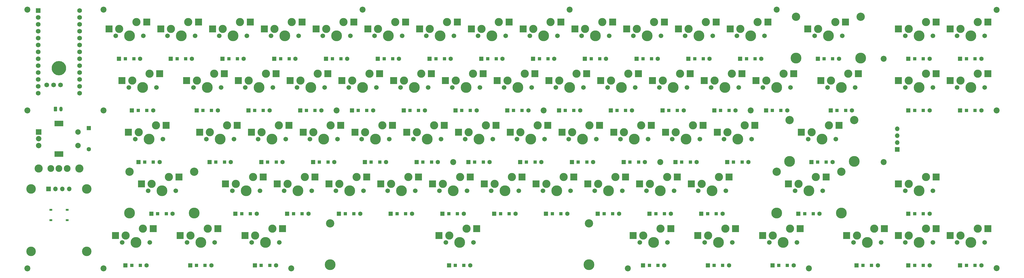
<source format=gbs>
G04 #@! TF.GenerationSoftware,KiCad,Pcbnew,8.0.7*
G04 #@! TF.CreationDate,2025-01-01T21:32:49+11:00*
G04 #@! TF.ProjectId,Mainpcb,4d61696e-7063-4622-9e6b-696361645f70,rev?*
G04 #@! TF.SameCoordinates,Original*
G04 #@! TF.FileFunction,Soldermask,Bot*
G04 #@! TF.FilePolarity,Negative*
%FSLAX46Y46*%
G04 Gerber Fmt 4.6, Leading zero omitted, Abs format (unit mm)*
G04 Created by KiCad (PCBNEW 8.0.7) date 2025-01-01 21:32:49*
%MOMM*%
%LPD*%
G01*
G04 APERTURE LIST*
G04 Aperture macros list*
%AMRoundRect*
0 Rectangle with rounded corners*
0 $1 Rounding radius*
0 $2 $3 $4 $5 $6 $7 $8 $9 X,Y pos of 4 corners*
0 Add a 4 corners polygon primitive as box body*
4,1,4,$2,$3,$4,$5,$6,$7,$8,$9,$2,$3,0*
0 Add four circle primitives for the rounded corners*
1,1,$1+$1,$2,$3*
1,1,$1+$1,$4,$5*
1,1,$1+$1,$6,$7*
1,1,$1+$1,$8,$9*
0 Add four rect primitives between the rounded corners*
20,1,$1+$1,$2,$3,$4,$5,0*
20,1,$1+$1,$4,$5,$6,$7,0*
20,1,$1+$1,$6,$7,$8,$9,0*
20,1,$1+$1,$8,$9,$2,$3,0*%
G04 Aperture macros list end*
%ADD10C,2.200000*%
%ADD11R,1.752600X1.752600*%
%ADD12C,1.752600*%
%ADD13R,3.200000X2.000000*%
%ADD14R,2.000000X2.000000*%
%ADD15C,2.000000*%
%ADD16R,1.000000X0.750000*%
%ADD17C,3.000000*%
%ADD18C,2.500000*%
%ADD19C,1.701800*%
%ADD20C,3.987800*%
%ADD21R,2.550000X2.500000*%
%ADD22R,1.600000X1.600000*%
%ADD23C,1.600000*%
%ADD24C,5.300000*%
%ADD25C,3.048000*%
%ADD26RoundRect,0.250000X-0.350000X-0.625000X0.350000X-0.625000X0.350000X0.625000X-0.350000X0.625000X0*%
%ADD27O,1.200000X1.750000*%
%ADD28C,3.500000*%
%ADD29R,1.700000X1.700000*%
%ADD30O,1.700000X1.700000*%
%ADD31R,1.200000X1.200000*%
G04 APERTURE END LIST*
D10*
X337500000Y-38500000D03*
X337500000Y-76600000D03*
D11*
X26380000Y-20740000D03*
D12*
X26380000Y-23280000D03*
X26380000Y-25820000D03*
X26380000Y-28360000D03*
X26380000Y-30900000D03*
X26380000Y-33440000D03*
X26380000Y-35980000D03*
X26380000Y-38520000D03*
X26380000Y-41060000D03*
X26380000Y-43600000D03*
X26380000Y-46140000D03*
X26380000Y-48680000D03*
X26380000Y-51220000D03*
X41620000Y-51220000D03*
X41620000Y-48680000D03*
X41620000Y-46140000D03*
X41620000Y-43600000D03*
X41620000Y-41060000D03*
X41620000Y-38520000D03*
X41620000Y-35980000D03*
X41620000Y-33440000D03*
X41620000Y-30900000D03*
X41620000Y-28360000D03*
X41620000Y-25820000D03*
X41620000Y-23280000D03*
X41620000Y-20740000D03*
X29460000Y-48125000D03*
X32000000Y-48125000D03*
X34540000Y-48125000D03*
D13*
X34000000Y-62400000D03*
X34000000Y-73600000D03*
D14*
X26500000Y-65500000D03*
D15*
X26500000Y-70500000D03*
X26500000Y-68000000D03*
X41000000Y-70500000D03*
X41000000Y-65500000D03*
D16*
X37000000Y-94250000D03*
X31000000Y-94250000D03*
X37000000Y-98000000D03*
X31000000Y-98000000D03*
D17*
X26500000Y-79000000D03*
X41500000Y-79000000D03*
D18*
X31000000Y-78950000D03*
X34000000Y-79000000D03*
X37000000Y-79000000D03*
D19*
X54920000Y-30000000D03*
D17*
X56190000Y-27460000D03*
D20*
X60000000Y-30000000D03*
D17*
X62540000Y-24920000D03*
D19*
X65080000Y-30000000D03*
D21*
X66290000Y-24920000D03*
X52440000Y-27460000D03*
D22*
X45000000Y-64100000D03*
D23*
X45000000Y-71900000D03*
D10*
X22381300Y-20381300D03*
X22381300Y-115818700D03*
X379086090Y-115725000D03*
X379086090Y-20475000D03*
X50381300Y-20381300D03*
X50381300Y-115818700D03*
X119529740Y-115818700D03*
X255263135Y-76600000D03*
X310028740Y-115818700D03*
X288599920Y-57550000D03*
D24*
X34000000Y-42000000D03*
D19*
X326380240Y-106200000D03*
D17*
X327650240Y-103660000D03*
D20*
X331460240Y-106200000D03*
D17*
X334000240Y-101120000D03*
D19*
X336540240Y-106200000D03*
D21*
X337750240Y-101120000D03*
X323900240Y-103660000D03*
D10*
X243354740Y-115818700D03*
D19*
X81112995Y-106200000D03*
D17*
X82382995Y-103660000D03*
D20*
X86192995Y-106200000D03*
D17*
X88732995Y-101120000D03*
D19*
X91272995Y-106200000D03*
D21*
X92482995Y-101120000D03*
X78632995Y-103660000D03*
D19*
X202558135Y-68100000D03*
D17*
X203828135Y-65560000D03*
D20*
X207638135Y-68100000D03*
D17*
X210178135Y-63020000D03*
D19*
X212718135Y-68100000D03*
D21*
X213928135Y-63020000D03*
X200078135Y-65560000D03*
D19*
X193032450Y-87150000D03*
D17*
X194302450Y-84610000D03*
D20*
X198112450Y-87150000D03*
D17*
X200652450Y-82070000D03*
D19*
X203192450Y-87150000D03*
D21*
X204402450Y-82070000D03*
X190552450Y-84610000D03*
D19*
X178744920Y-49050000D03*
D17*
X180014920Y-46510000D03*
D20*
X183824920Y-49050000D03*
D17*
X186364920Y-43970000D03*
D19*
X188904920Y-49050000D03*
D21*
X190114920Y-43970000D03*
X176264920Y-46510000D03*
D19*
X93020000Y-30000000D03*
D17*
X94290000Y-27460000D03*
D20*
X98100000Y-30000000D03*
D17*
X100640000Y-24920000D03*
D19*
X103180000Y-30000000D03*
D21*
X104390000Y-24920000D03*
X90540000Y-27460000D03*
D19*
X150170000Y-30000000D03*
D17*
X151440000Y-27460000D03*
D20*
X155250000Y-30000000D03*
D17*
X157790000Y-24920000D03*
D19*
X160330000Y-30000000D03*
D21*
X161540000Y-24920000D03*
X147690000Y-27460000D03*
D10*
X22381300Y-57550000D03*
D19*
X283520000Y-30000000D03*
D17*
X284790000Y-27460000D03*
D20*
X288600000Y-30000000D03*
D17*
X291140000Y-24920000D03*
D19*
X293680000Y-30000000D03*
D21*
X294890000Y-24920000D03*
X281040000Y-27460000D03*
D19*
X57301250Y-106200000D03*
D17*
X58571250Y-103660000D03*
D20*
X62381250Y-106200000D03*
D17*
X64921250Y-101120000D03*
D19*
X67461250Y-106200000D03*
D21*
X68671250Y-101120000D03*
X54821250Y-103660000D03*
D19*
X345431090Y-106200000D03*
D17*
X346701090Y-103660000D03*
D20*
X350511090Y-106200000D03*
D17*
X353051090Y-101120000D03*
D19*
X355591090Y-106200000D03*
D21*
X356801090Y-101120000D03*
X342951090Y-103660000D03*
D19*
X212082450Y-87150000D03*
D17*
X213352450Y-84610000D03*
D20*
X217162450Y-87150000D03*
D17*
X219702450Y-82070000D03*
D19*
X222242450Y-87150000D03*
D21*
X223452450Y-82070000D03*
X209602450Y-84610000D03*
D19*
X309713635Y-68100000D03*
D17*
X310983635Y-65560000D03*
D20*
X314793635Y-68100000D03*
D17*
X317333635Y-63020000D03*
D19*
X319873635Y-68100000D03*
D21*
X321083635Y-63020000D03*
X307233635Y-65560000D03*
D19*
X231132450Y-87150000D03*
D17*
X232402450Y-84610000D03*
D20*
X236212450Y-87150000D03*
D17*
X238752450Y-82070000D03*
D19*
X241292450Y-87150000D03*
D21*
X242502450Y-82070000D03*
X228652450Y-84610000D03*
D19*
X364482500Y-49050000D03*
D17*
X365752500Y-46510000D03*
D20*
X369562500Y-49050000D03*
D17*
X372102500Y-43970000D03*
D19*
X374642500Y-49050000D03*
D21*
X375852500Y-43970000D03*
X362002500Y-46510000D03*
D20*
X83806250Y-95405000D03*
X60006250Y-95405000D03*
D25*
X83806250Y-80165000D03*
X60006250Y-80165000D03*
D19*
X97782450Y-87150000D03*
D17*
X99052450Y-84610000D03*
D20*
X102862450Y-87150000D03*
D17*
X105402450Y-82070000D03*
D19*
X107942450Y-87150000D03*
D21*
X109152450Y-82070000D03*
X95302450Y-84610000D03*
D19*
X295423740Y-106200000D03*
D17*
X296693740Y-103660000D03*
D20*
X300503740Y-106200000D03*
D17*
X303043740Y-101120000D03*
D19*
X305583740Y-106200000D03*
D21*
X306793740Y-101120000D03*
X292943740Y-103660000D03*
D19*
X59682500Y-49050000D03*
D17*
X60952500Y-46510000D03*
D20*
X64762500Y-49050000D03*
D17*
X67302500Y-43970000D03*
D19*
X69842500Y-49050000D03*
D21*
X71052500Y-43970000D03*
X57202500Y-46510000D03*
D19*
X259708135Y-68100000D03*
D17*
X260978135Y-65560000D03*
D20*
X264788135Y-68100000D03*
D17*
X267328135Y-63020000D03*
D19*
X269868135Y-68100000D03*
D21*
X271078135Y-63020000D03*
X257228135Y-65560000D03*
D19*
X131120000Y-30000000D03*
D17*
X132390000Y-27460000D03*
D20*
X136200000Y-30000000D03*
D17*
X138740000Y-24920000D03*
D19*
X141280000Y-30000000D03*
D21*
X142490000Y-24920000D03*
X128640000Y-27460000D03*
D19*
X83494920Y-49050000D03*
D17*
X84764920Y-46510000D03*
D20*
X88574920Y-49050000D03*
D17*
X91114920Y-43970000D03*
D19*
X93654920Y-49050000D03*
D21*
X94864920Y-43970000D03*
X81014920Y-46510000D03*
D19*
X264470000Y-30000000D03*
D17*
X265740000Y-27460000D03*
D20*
X269550000Y-30000000D03*
D17*
X272090000Y-24920000D03*
D19*
X274630000Y-30000000D03*
D21*
X275840000Y-24920000D03*
X261990000Y-27460000D03*
D19*
X278758135Y-68100000D03*
D17*
X280028135Y-65560000D03*
D20*
X283838135Y-68100000D03*
D17*
X286378135Y-63020000D03*
D19*
X288918135Y-68100000D03*
D21*
X290128135Y-63020000D03*
X276278135Y-65560000D03*
D19*
X316857420Y-49050000D03*
D17*
X318127420Y-46510000D03*
D20*
X321937420Y-49050000D03*
D17*
X324477420Y-43970000D03*
D19*
X327017420Y-49050000D03*
D21*
X328227420Y-43970000D03*
X314377420Y-46510000D03*
D19*
X164458135Y-68100000D03*
D17*
X165728135Y-65560000D03*
D20*
X169538135Y-68100000D03*
D17*
X172078135Y-63020000D03*
D19*
X174618135Y-68100000D03*
D21*
X175828135Y-63020000D03*
X161978135Y-65560000D03*
D10*
X221925000Y-20381300D03*
D19*
X73970000Y-30000000D03*
D17*
X75240000Y-27460000D03*
D20*
X79050000Y-30000000D03*
D17*
X81590000Y-24920000D03*
D19*
X84130000Y-30000000D03*
D21*
X85340000Y-24920000D03*
X71490000Y-27460000D03*
D10*
X179063135Y-76600000D03*
D26*
X32730000Y-57050000D03*
D27*
X34730000Y-57050000D03*
D19*
X345431090Y-87150000D03*
D17*
X346701090Y-84610000D03*
D20*
X350511090Y-87150000D03*
D17*
X353051090Y-82070000D03*
D19*
X355591090Y-87150000D03*
D21*
X356801090Y-82070000D03*
X342951090Y-84610000D03*
D19*
X345432500Y-49050000D03*
D17*
X346702500Y-46510000D03*
D20*
X350512500Y-49050000D03*
D17*
X353052500Y-43970000D03*
D19*
X355592500Y-49050000D03*
D21*
X356802500Y-43970000D03*
X342952500Y-46510000D03*
D10*
X145725000Y-20381300D03*
D19*
X364482500Y-30000000D03*
D17*
X365752500Y-27460000D03*
D20*
X369562500Y-30000000D03*
D17*
X372102500Y-24920000D03*
D19*
X374642500Y-30000000D03*
D21*
X375852500Y-24920000D03*
X362002500Y-27460000D03*
D19*
X312095000Y-30000000D03*
D17*
X313365000Y-27460000D03*
D20*
X317175000Y-30000000D03*
D17*
X319715000Y-24920000D03*
D19*
X322255000Y-30000000D03*
D21*
X323465000Y-24920000D03*
X309615000Y-27460000D03*
D19*
X145408135Y-68100000D03*
D17*
X146678135Y-65560000D03*
D20*
X150488135Y-68100000D03*
D17*
X153028135Y-63020000D03*
D19*
X155568135Y-68100000D03*
D21*
X156778135Y-63020000D03*
X142928135Y-65560000D03*
D25*
X133816590Y-99215000D03*
D20*
X133816590Y-114455000D03*
D25*
X229066590Y-99215000D03*
D20*
X229066590Y-114455000D03*
D19*
X221608135Y-68100000D03*
D17*
X222878135Y-65560000D03*
D20*
X226688135Y-68100000D03*
D17*
X229228135Y-63020000D03*
D19*
X231768135Y-68100000D03*
D21*
X232978135Y-63020000D03*
X219128135Y-65560000D03*
D19*
X235894920Y-49050000D03*
D17*
X237164920Y-46510000D03*
D20*
X240974920Y-49050000D03*
D17*
X243514920Y-43970000D03*
D19*
X246054920Y-49050000D03*
D21*
X247264920Y-43970000D03*
X233414920Y-46510000D03*
D19*
X154932450Y-87150000D03*
D17*
X156202450Y-84610000D03*
D20*
X160012450Y-87150000D03*
D17*
X162552450Y-82070000D03*
D19*
X165092450Y-87150000D03*
D21*
X166302450Y-82070000D03*
X152452450Y-84610000D03*
D19*
X197794920Y-49050000D03*
D17*
X199064920Y-46510000D03*
D20*
X202874920Y-49050000D03*
D17*
X205414920Y-43970000D03*
D19*
X207954920Y-49050000D03*
D21*
X209164920Y-43970000D03*
X195314920Y-46510000D03*
D19*
X240658135Y-68100000D03*
D17*
X241928135Y-65560000D03*
D20*
X245738135Y-68100000D03*
D17*
X248278135Y-63020000D03*
D19*
X250818135Y-68100000D03*
D21*
X252028135Y-63020000D03*
X238178135Y-65560000D03*
D19*
X245420000Y-30000000D03*
D17*
X246690000Y-27460000D03*
D20*
X250500000Y-30000000D03*
D17*
X253040000Y-24920000D03*
D19*
X255580000Y-30000000D03*
D21*
X256790000Y-24920000D03*
X242940000Y-27460000D03*
D19*
X293044920Y-49050000D03*
D17*
X294314920Y-46510000D03*
D20*
X298124920Y-49050000D03*
D17*
X300664920Y-43970000D03*
D19*
X303204920Y-49050000D03*
D21*
X304414920Y-43970000D03*
X290564920Y-46510000D03*
D10*
X379086090Y-57550000D03*
D19*
X345432500Y-30000000D03*
D17*
X346702500Y-27460000D03*
D20*
X350512500Y-30000000D03*
D17*
X353052500Y-24920000D03*
D19*
X355592500Y-30000000D03*
D21*
X356802500Y-24920000D03*
X342952500Y-27460000D03*
D19*
X247799740Y-106200000D03*
D17*
X249069740Y-103660000D03*
D20*
X252879740Y-106200000D03*
D17*
X255419740Y-101120000D03*
D19*
X257959740Y-106200000D03*
D21*
X259169740Y-101120000D03*
X245319740Y-103660000D03*
D19*
X176361740Y-106200000D03*
D17*
X177631740Y-103660000D03*
D20*
X181441740Y-106200000D03*
D17*
X183981740Y-101120000D03*
D19*
X186521740Y-106200000D03*
D21*
X187731740Y-101120000D03*
X173881740Y-103660000D03*
D19*
X269232450Y-87150000D03*
D17*
X270502450Y-84610000D03*
D20*
X274312450Y-87150000D03*
D17*
X276852450Y-82070000D03*
D19*
X279392450Y-87150000D03*
D21*
X280602450Y-82070000D03*
X266752450Y-84610000D03*
D19*
X304950450Y-87150000D03*
D17*
X306220450Y-84610000D03*
D20*
X310030450Y-87150000D03*
D17*
X312570450Y-82070000D03*
D19*
X315110450Y-87150000D03*
D21*
X316320450Y-82070000D03*
X302470450Y-84610000D03*
D19*
X250182450Y-87150000D03*
D17*
X251452450Y-84610000D03*
D20*
X255262450Y-87150000D03*
D17*
X257802450Y-82070000D03*
D19*
X260342450Y-87150000D03*
D21*
X261552450Y-82070000D03*
X247702450Y-84610000D03*
D19*
X102544920Y-49050000D03*
D17*
X103814920Y-46510000D03*
D20*
X107624920Y-49050000D03*
D17*
X110164920Y-43970000D03*
D19*
X112704920Y-49050000D03*
D21*
X113914920Y-43970000D03*
X100064920Y-46510000D03*
D19*
X112070000Y-30000000D03*
D17*
X113340000Y-27460000D03*
D20*
X117150000Y-30000000D03*
D17*
X119690000Y-24920000D03*
D19*
X122230000Y-30000000D03*
D21*
X123440000Y-24920000D03*
X109590000Y-27460000D03*
D20*
X321930450Y-95405000D03*
X298130450Y-95405000D03*
D25*
X321930450Y-80165000D03*
X298130450Y-80165000D03*
D19*
X135882450Y-87150000D03*
D17*
X137152450Y-84610000D03*
D20*
X140962450Y-87150000D03*
D17*
X143502450Y-82070000D03*
D19*
X146042450Y-87150000D03*
D21*
X147252450Y-82070000D03*
X133402450Y-84610000D03*
D19*
X140644920Y-49050000D03*
D17*
X141914920Y-46510000D03*
D20*
X145724920Y-49050000D03*
D17*
X148264920Y-43970000D03*
D19*
X150804920Y-49050000D03*
D21*
X152014920Y-43970000D03*
X138164920Y-46510000D03*
D19*
X121594920Y-49050000D03*
D17*
X122864920Y-46510000D03*
D20*
X126674920Y-49050000D03*
D17*
X129214920Y-43970000D03*
D19*
X131754920Y-49050000D03*
D21*
X132964920Y-43970000D03*
X119114920Y-46510000D03*
D20*
X329075000Y-38255000D03*
X305275000Y-38255000D03*
D25*
X329075000Y-23015000D03*
X305275000Y-23015000D03*
D19*
X126358135Y-68100000D03*
D17*
X127628135Y-65560000D03*
D20*
X131438135Y-68100000D03*
D17*
X133978135Y-63020000D03*
D19*
X136518135Y-68100000D03*
D21*
X137728135Y-63020000D03*
X123878135Y-65560000D03*
D19*
X66826250Y-87150000D03*
D17*
X68096250Y-84610000D03*
D20*
X71906250Y-87150000D03*
D17*
X74446250Y-82070000D03*
D19*
X76986250Y-87150000D03*
D21*
X78196250Y-82070000D03*
X64346250Y-84610000D03*
D19*
X271611740Y-106200000D03*
D17*
X272881740Y-103660000D03*
D20*
X276691740Y-106200000D03*
D17*
X279231740Y-101120000D03*
D19*
X281771740Y-106200000D03*
D21*
X282981740Y-101120000D03*
X269131740Y-103660000D03*
D19*
X88258135Y-68100000D03*
D17*
X89528135Y-65560000D03*
D20*
X93338135Y-68100000D03*
D17*
X95878135Y-63020000D03*
D19*
X98418135Y-68100000D03*
D21*
X99628135Y-63020000D03*
X85778135Y-65560000D03*
D19*
X104924740Y-106200000D03*
D17*
X106194740Y-103660000D03*
D20*
X110004740Y-106200000D03*
D17*
X112544740Y-101120000D03*
D19*
X115084740Y-106200000D03*
D21*
X116294740Y-101120000D03*
X102444740Y-103660000D03*
D10*
X212399920Y-57550000D03*
D28*
X44250000Y-86500000D03*
X23750000Y-86500000D03*
X44250000Y-109500000D03*
X23750000Y-109500000D03*
D29*
X30190000Y-86500000D03*
D30*
X32730000Y-86500000D03*
X35270000Y-86500000D03*
X37810000Y-86500000D03*
D19*
X183508135Y-68100000D03*
D17*
X184778135Y-65560000D03*
D20*
X188588135Y-68100000D03*
D17*
X191128135Y-63020000D03*
D19*
X193668135Y-68100000D03*
D21*
X194878135Y-63020000D03*
X181028135Y-65560000D03*
D19*
X169220000Y-30000000D03*
D17*
X170490000Y-27460000D03*
D20*
X174300000Y-30000000D03*
D17*
X176840000Y-24920000D03*
D19*
X179380000Y-30000000D03*
D21*
X180590000Y-24920000D03*
X166740000Y-27460000D03*
D19*
X62063750Y-68100000D03*
D17*
X63333750Y-65560000D03*
D20*
X67143750Y-68100000D03*
D17*
X69683750Y-63020000D03*
D19*
X72223750Y-68100000D03*
D21*
X73433750Y-63020000D03*
X59583750Y-65560000D03*
D19*
X116832450Y-87150000D03*
D17*
X118102450Y-84610000D03*
D20*
X121912450Y-87150000D03*
D17*
X124452450Y-82070000D03*
D19*
X126992450Y-87150000D03*
D21*
X128202450Y-82070000D03*
X114352450Y-84610000D03*
D19*
X159694920Y-49050000D03*
D17*
X160964920Y-46510000D03*
D20*
X164774920Y-49050000D03*
D17*
X167314920Y-43970000D03*
D19*
X169854920Y-49050000D03*
D21*
X171064920Y-43970000D03*
X157214920Y-46510000D03*
D19*
X107308135Y-68100000D03*
D17*
X108578135Y-65560000D03*
D20*
X112388135Y-68100000D03*
D17*
X114928135Y-63020000D03*
D19*
X117468135Y-68100000D03*
D21*
X118678135Y-63020000D03*
X104828135Y-65560000D03*
D19*
X207320000Y-30000000D03*
D17*
X208590000Y-27460000D03*
D20*
X212400000Y-30000000D03*
D17*
X214940000Y-24920000D03*
D19*
X217480000Y-30000000D03*
D21*
X218690000Y-24920000D03*
X204840000Y-27460000D03*
D20*
X326693635Y-76355000D03*
X302893635Y-76355000D03*
D25*
X326693635Y-61115000D03*
X302893635Y-61115000D03*
D10*
X50381300Y-57550000D03*
D19*
X216844920Y-49050000D03*
D17*
X218114920Y-46510000D03*
D20*
X221924920Y-49050000D03*
D17*
X224464920Y-43970000D03*
D19*
X227004920Y-49050000D03*
D21*
X228214920Y-43970000D03*
X214364920Y-46510000D03*
D19*
X364481090Y-106200000D03*
D17*
X365751090Y-103660000D03*
D20*
X369561090Y-106200000D03*
D17*
X372101090Y-101120000D03*
D19*
X374641090Y-106200000D03*
D21*
X375851090Y-101120000D03*
X362001090Y-103660000D03*
D10*
X136199920Y-57550000D03*
D19*
X173982450Y-87150000D03*
D17*
X175252450Y-84610000D03*
D20*
X179062450Y-87150000D03*
D17*
X181602450Y-82070000D03*
D19*
X184142450Y-87150000D03*
D21*
X185352450Y-82070000D03*
X171502450Y-84610000D03*
D19*
X273994920Y-49050000D03*
D17*
X275264920Y-46510000D03*
D20*
X279074920Y-49050000D03*
D17*
X281614920Y-43970000D03*
D19*
X284154920Y-49050000D03*
D21*
X285364920Y-43970000D03*
X271514920Y-46510000D03*
D10*
X298125000Y-20381300D03*
D19*
X254944920Y-49050000D03*
D17*
X256214920Y-46510000D03*
D20*
X260024920Y-49050000D03*
D17*
X262564920Y-43970000D03*
D19*
X265104920Y-49050000D03*
D21*
X266314920Y-43970000D03*
X252464920Y-46510000D03*
D29*
X342537500Y-71910000D03*
D30*
X342537500Y-69370000D03*
X342537500Y-66830000D03*
X342537500Y-64290000D03*
D19*
X188270000Y-30000000D03*
D17*
X189540000Y-27460000D03*
D20*
X193350000Y-30000000D03*
D17*
X195890000Y-24920000D03*
D19*
X198430000Y-30000000D03*
D21*
X199640000Y-24920000D03*
X185790000Y-27460000D03*
D19*
X226370000Y-30000000D03*
D17*
X227640000Y-27460000D03*
D20*
X231450000Y-30000000D03*
D17*
X233990000Y-24920000D03*
D19*
X236530000Y-30000000D03*
D21*
X237740000Y-24920000D03*
X223890000Y-27460000D03*
D22*
X151350000Y-38500000D03*
D31*
X153675000Y-38500000D03*
X156825000Y-38500000D03*
D23*
X159150000Y-38500000D03*
D22*
X346612500Y-57550000D03*
D31*
X348937500Y-57550000D03*
X352087500Y-57550000D03*
D23*
X354412500Y-57550000D03*
D22*
X170400000Y-38500000D03*
D31*
X172725000Y-38500000D03*
X175875000Y-38500000D03*
D23*
X178200000Y-38500000D03*
D22*
X208500000Y-38500000D03*
D31*
X210825000Y-38500000D03*
X213975000Y-38500000D03*
D23*
X216300000Y-38500000D03*
D22*
X194212450Y-95650000D03*
D31*
X196537450Y-95650000D03*
X199687450Y-95650000D03*
D23*
X202012450Y-95650000D03*
D22*
X89438135Y-76600000D03*
D31*
X91763135Y-76600000D03*
X94913135Y-76600000D03*
D23*
X97238135Y-76600000D03*
D22*
X175162450Y-95650000D03*
D31*
X177487450Y-95650000D03*
X180637450Y-95650000D03*
D23*
X182962450Y-95650000D03*
D22*
X346611090Y-95650000D03*
D31*
X348936090Y-95650000D03*
X352086090Y-95650000D03*
D23*
X354411090Y-95650000D03*
D22*
X296604590Y-114700000D03*
D31*
X298929590Y-114700000D03*
X302079590Y-114700000D03*
D23*
X304404590Y-114700000D03*
D22*
X227550000Y-38500000D03*
D31*
X229875000Y-38500000D03*
X233025000Y-38500000D03*
D23*
X235350000Y-38500000D03*
D22*
X284700000Y-38500000D03*
D31*
X287025000Y-38500000D03*
X290175000Y-38500000D03*
D23*
X292500000Y-38500000D03*
D22*
X184688135Y-76600000D03*
D31*
X187013135Y-76600000D03*
X190163135Y-76600000D03*
D23*
X192488135Y-76600000D03*
D22*
X213262450Y-95650000D03*
D31*
X215587450Y-95650000D03*
X218737450Y-95650000D03*
D23*
X221062450Y-95650000D03*
D22*
X122774920Y-57550000D03*
D31*
X125099920Y-57550000D03*
X128249920Y-57550000D03*
D23*
X130574920Y-57550000D03*
D22*
X141824920Y-57550000D03*
D31*
X144149920Y-57550000D03*
X147299920Y-57550000D03*
D23*
X149624920Y-57550000D03*
D22*
X365661090Y-114700000D03*
D31*
X367986090Y-114700000D03*
X371136090Y-114700000D03*
D23*
X373461090Y-114700000D03*
D22*
X63243750Y-76600000D03*
D31*
X65568750Y-76600000D03*
X68718750Y-76600000D03*
D23*
X71043750Y-76600000D03*
D22*
X275174920Y-57550000D03*
D31*
X277499920Y-57550000D03*
X280649920Y-57550000D03*
D23*
X282974920Y-57550000D03*
D22*
X177541590Y-114700000D03*
D31*
X179866590Y-114700000D03*
X183016590Y-114700000D03*
D23*
X185341590Y-114700000D03*
D22*
X56100000Y-38500000D03*
D31*
X58425000Y-38500000D03*
X61575000Y-38500000D03*
D23*
X63900000Y-38500000D03*
D22*
X294224920Y-57550000D03*
D31*
X296549920Y-57550000D03*
X299699920Y-57550000D03*
D23*
X302024920Y-57550000D03*
D22*
X365662500Y-38500000D03*
D31*
X367987500Y-38500000D03*
X371137500Y-38500000D03*
D23*
X373462500Y-38500000D03*
D22*
X232312450Y-95650000D03*
D31*
X234637450Y-95650000D03*
X237787450Y-95650000D03*
D23*
X240112450Y-95650000D03*
D22*
X248979590Y-114700000D03*
D31*
X251304590Y-114700000D03*
X254454590Y-114700000D03*
D23*
X256779590Y-114700000D03*
D22*
X265650000Y-38500000D03*
D31*
X267975000Y-38500000D03*
X271125000Y-38500000D03*
D23*
X273450000Y-38500000D03*
D22*
X160874920Y-57550000D03*
D31*
X163199920Y-57550000D03*
X166349920Y-57550000D03*
D23*
X168674920Y-57550000D03*
D22*
X270412450Y-95650000D03*
D31*
X272737450Y-95650000D03*
X275887450Y-95650000D03*
D23*
X278212450Y-95650000D03*
D22*
X260888135Y-76600000D03*
D31*
X263213135Y-76600000D03*
X266363135Y-76600000D03*
D23*
X268688135Y-76600000D03*
D22*
X310893635Y-76600000D03*
D31*
X313218635Y-76600000D03*
X316368635Y-76600000D03*
D23*
X318693635Y-76600000D03*
D22*
X203738135Y-76600000D03*
D31*
X206063135Y-76600000D03*
X209213135Y-76600000D03*
D23*
X211538135Y-76600000D03*
D22*
X246600000Y-38500000D03*
D31*
X248925000Y-38500000D03*
X252075000Y-38500000D03*
D23*
X254400000Y-38500000D03*
D22*
X58481250Y-114700000D03*
D31*
X60806250Y-114700000D03*
X63956250Y-114700000D03*
D23*
X66281250Y-114700000D03*
D22*
X218024920Y-57550000D03*
D31*
X220349920Y-57550000D03*
X223499920Y-57550000D03*
D23*
X225824920Y-57550000D03*
D22*
X306130450Y-95650000D03*
D31*
X308455450Y-95650000D03*
X311605450Y-95650000D03*
D23*
X313930450Y-95650000D03*
D22*
X82292995Y-114700000D03*
D31*
X84617995Y-114700000D03*
X87767995Y-114700000D03*
D23*
X90092995Y-114700000D03*
D22*
X75150000Y-38500000D03*
D31*
X77475000Y-38500000D03*
X80625000Y-38500000D03*
D23*
X82950000Y-38500000D03*
D22*
X346611090Y-114700000D03*
D31*
X348936090Y-114700000D03*
X352086090Y-114700000D03*
D23*
X354411090Y-114700000D03*
D22*
X118012450Y-95650000D03*
D31*
X120337450Y-95650000D03*
X123487450Y-95650000D03*
D23*
X125812450Y-95650000D03*
D22*
X113250000Y-38500000D03*
D31*
X115575000Y-38500000D03*
X118725000Y-38500000D03*
D23*
X121050000Y-38500000D03*
D22*
X327561090Y-114700000D03*
D31*
X329886090Y-114700000D03*
X333036090Y-114700000D03*
D23*
X335361090Y-114700000D03*
D22*
X106104740Y-114700000D03*
D31*
X108429740Y-114700000D03*
X111579740Y-114700000D03*
D23*
X113904740Y-114700000D03*
D22*
X222788135Y-76600000D03*
D31*
X225113135Y-76600000D03*
X228263135Y-76600000D03*
D23*
X230588135Y-76600000D03*
D22*
X179924920Y-57550000D03*
D31*
X182249920Y-57550000D03*
X185399920Y-57550000D03*
D23*
X187724920Y-57550000D03*
D22*
X251362450Y-95650000D03*
D31*
X253687450Y-95650000D03*
X256837450Y-95650000D03*
D23*
X259162450Y-95650000D03*
D22*
X60862500Y-57550000D03*
D31*
X63187500Y-57550000D03*
X66337500Y-57550000D03*
D23*
X68662500Y-57550000D03*
D22*
X279938135Y-76600000D03*
D31*
X282263135Y-76600000D03*
X285413135Y-76600000D03*
D23*
X287738135Y-76600000D03*
D22*
X198974920Y-57550000D03*
D31*
X201299920Y-57550000D03*
X204449920Y-57550000D03*
D23*
X206774920Y-57550000D03*
D22*
X132300000Y-38500000D03*
D31*
X134625000Y-38500000D03*
X137775000Y-38500000D03*
D23*
X140100000Y-38500000D03*
D22*
X237074920Y-57550000D03*
D31*
X239399920Y-57550000D03*
X242549920Y-57550000D03*
D23*
X244874920Y-57550000D03*
D22*
X108488135Y-76600000D03*
D31*
X110813135Y-76600000D03*
X113963135Y-76600000D03*
D23*
X116288135Y-76600000D03*
D22*
X103724920Y-57550000D03*
D31*
X106049920Y-57550000D03*
X109199920Y-57550000D03*
D23*
X111524920Y-57550000D03*
D22*
X272791590Y-114700000D03*
D31*
X275116590Y-114700000D03*
X278266590Y-114700000D03*
D23*
X280591590Y-114700000D03*
D22*
X313275000Y-38500000D03*
D31*
X315600000Y-38500000D03*
X318750000Y-38500000D03*
D23*
X321075000Y-38500000D03*
D22*
X165638135Y-76600000D03*
D31*
X167963135Y-76600000D03*
X171113135Y-76600000D03*
D23*
X173438135Y-76600000D03*
D22*
X318037420Y-57550000D03*
D31*
X320362420Y-57550000D03*
X323512420Y-57550000D03*
D23*
X325837420Y-57550000D03*
D22*
X189450000Y-38500000D03*
D31*
X191775000Y-38500000D03*
X194925000Y-38500000D03*
D23*
X197250000Y-38500000D03*
D22*
X127538135Y-76600000D03*
D31*
X129863135Y-76600000D03*
X133013135Y-76600000D03*
D23*
X135338135Y-76600000D03*
D22*
X156112450Y-95650000D03*
D31*
X158437450Y-95650000D03*
X161587450Y-95650000D03*
D23*
X163912450Y-95650000D03*
D22*
X98962450Y-95650000D03*
D31*
X101287450Y-95650000D03*
X104437450Y-95650000D03*
D23*
X106762450Y-95650000D03*
D22*
X241838135Y-76600000D03*
D31*
X244163135Y-76600000D03*
X247313135Y-76600000D03*
D23*
X249638135Y-76600000D03*
D22*
X68006250Y-95650000D03*
D31*
X70331250Y-95650000D03*
X73481250Y-95650000D03*
D23*
X75806250Y-95650000D03*
D22*
X256124920Y-57550000D03*
D31*
X258449920Y-57550000D03*
X261599920Y-57550000D03*
D23*
X263924920Y-57550000D03*
D22*
X146588135Y-76600000D03*
D31*
X148913135Y-76600000D03*
X152063135Y-76600000D03*
D23*
X154388135Y-76600000D03*
D22*
X365662500Y-57550000D03*
D31*
X367987500Y-57550000D03*
X371137500Y-57550000D03*
D23*
X373462500Y-57550000D03*
D22*
X94200000Y-38500000D03*
D31*
X96525000Y-38500000D03*
X99675000Y-38500000D03*
D23*
X102000000Y-38500000D03*
D22*
X84674920Y-57550000D03*
D31*
X86999920Y-57550000D03*
X90149920Y-57550000D03*
D23*
X92474920Y-57550000D03*
D22*
X137062450Y-95650000D03*
D31*
X139387450Y-95650000D03*
X142537450Y-95650000D03*
D23*
X144862450Y-95650000D03*
D22*
X346612500Y-38500000D03*
D31*
X348937500Y-38500000D03*
X352087500Y-38500000D03*
D23*
X354412500Y-38500000D03*
M02*

</source>
